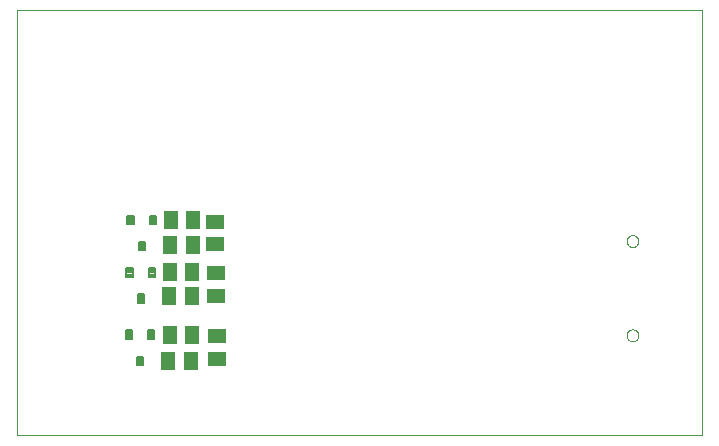
<source format=gbp>
G75*
%MOIN*%
%OFA0B0*%
%FSLAX25Y25*%
%IPPOS*%
%LPD*%
%AMOC8*
5,1,8,0,0,1.08239X$1,22.5*
%
%ADD10C,0.00000*%
%ADD11R,0.05118X0.05906*%
%ADD12C,0.00689*%
%ADD13R,0.05906X0.05118*%
D10*
X0001200Y0026800D02*
X0001200Y0168532D01*
X0229546Y0168532D01*
X0229546Y0026800D01*
X0001200Y0026800D01*
X0204349Y0060147D02*
X0204351Y0060235D01*
X0204357Y0060323D01*
X0204367Y0060411D01*
X0204381Y0060499D01*
X0204398Y0060585D01*
X0204420Y0060671D01*
X0204445Y0060755D01*
X0204475Y0060839D01*
X0204507Y0060921D01*
X0204544Y0061001D01*
X0204584Y0061080D01*
X0204628Y0061157D01*
X0204675Y0061232D01*
X0204725Y0061304D01*
X0204779Y0061375D01*
X0204835Y0061442D01*
X0204895Y0061508D01*
X0204957Y0061570D01*
X0205023Y0061630D01*
X0205090Y0061686D01*
X0205161Y0061740D01*
X0205233Y0061790D01*
X0205308Y0061837D01*
X0205385Y0061881D01*
X0205464Y0061921D01*
X0205544Y0061958D01*
X0205626Y0061990D01*
X0205710Y0062020D01*
X0205794Y0062045D01*
X0205880Y0062067D01*
X0205966Y0062084D01*
X0206054Y0062098D01*
X0206142Y0062108D01*
X0206230Y0062114D01*
X0206318Y0062116D01*
X0206406Y0062114D01*
X0206494Y0062108D01*
X0206582Y0062098D01*
X0206670Y0062084D01*
X0206756Y0062067D01*
X0206842Y0062045D01*
X0206926Y0062020D01*
X0207010Y0061990D01*
X0207092Y0061958D01*
X0207172Y0061921D01*
X0207251Y0061881D01*
X0207328Y0061837D01*
X0207403Y0061790D01*
X0207475Y0061740D01*
X0207546Y0061686D01*
X0207613Y0061630D01*
X0207679Y0061570D01*
X0207741Y0061508D01*
X0207801Y0061442D01*
X0207857Y0061375D01*
X0207911Y0061304D01*
X0207961Y0061232D01*
X0208008Y0061157D01*
X0208052Y0061080D01*
X0208092Y0061001D01*
X0208129Y0060921D01*
X0208161Y0060839D01*
X0208191Y0060755D01*
X0208216Y0060671D01*
X0208238Y0060585D01*
X0208255Y0060499D01*
X0208269Y0060411D01*
X0208279Y0060323D01*
X0208285Y0060235D01*
X0208287Y0060147D01*
X0208285Y0060059D01*
X0208279Y0059971D01*
X0208269Y0059883D01*
X0208255Y0059795D01*
X0208238Y0059709D01*
X0208216Y0059623D01*
X0208191Y0059539D01*
X0208161Y0059455D01*
X0208129Y0059373D01*
X0208092Y0059293D01*
X0208052Y0059214D01*
X0208008Y0059137D01*
X0207961Y0059062D01*
X0207911Y0058990D01*
X0207857Y0058919D01*
X0207801Y0058852D01*
X0207741Y0058786D01*
X0207679Y0058724D01*
X0207613Y0058664D01*
X0207546Y0058608D01*
X0207475Y0058554D01*
X0207403Y0058504D01*
X0207328Y0058457D01*
X0207251Y0058413D01*
X0207172Y0058373D01*
X0207092Y0058336D01*
X0207010Y0058304D01*
X0206926Y0058274D01*
X0206842Y0058249D01*
X0206756Y0058227D01*
X0206670Y0058210D01*
X0206582Y0058196D01*
X0206494Y0058186D01*
X0206406Y0058180D01*
X0206318Y0058178D01*
X0206230Y0058180D01*
X0206142Y0058186D01*
X0206054Y0058196D01*
X0205966Y0058210D01*
X0205880Y0058227D01*
X0205794Y0058249D01*
X0205710Y0058274D01*
X0205626Y0058304D01*
X0205544Y0058336D01*
X0205464Y0058373D01*
X0205385Y0058413D01*
X0205308Y0058457D01*
X0205233Y0058504D01*
X0205161Y0058554D01*
X0205090Y0058608D01*
X0205023Y0058664D01*
X0204957Y0058724D01*
X0204895Y0058786D01*
X0204835Y0058852D01*
X0204779Y0058919D01*
X0204725Y0058990D01*
X0204675Y0059062D01*
X0204628Y0059137D01*
X0204584Y0059214D01*
X0204544Y0059293D01*
X0204507Y0059373D01*
X0204475Y0059455D01*
X0204445Y0059539D01*
X0204420Y0059623D01*
X0204398Y0059709D01*
X0204381Y0059795D01*
X0204367Y0059883D01*
X0204357Y0059971D01*
X0204351Y0060059D01*
X0204349Y0060147D01*
X0204349Y0091564D02*
X0204351Y0091652D01*
X0204357Y0091740D01*
X0204367Y0091828D01*
X0204381Y0091916D01*
X0204398Y0092002D01*
X0204420Y0092088D01*
X0204445Y0092172D01*
X0204475Y0092256D01*
X0204507Y0092338D01*
X0204544Y0092418D01*
X0204584Y0092497D01*
X0204628Y0092574D01*
X0204675Y0092649D01*
X0204725Y0092721D01*
X0204779Y0092792D01*
X0204835Y0092859D01*
X0204895Y0092925D01*
X0204957Y0092987D01*
X0205023Y0093047D01*
X0205090Y0093103D01*
X0205161Y0093157D01*
X0205233Y0093207D01*
X0205308Y0093254D01*
X0205385Y0093298D01*
X0205464Y0093338D01*
X0205544Y0093375D01*
X0205626Y0093407D01*
X0205710Y0093437D01*
X0205794Y0093462D01*
X0205880Y0093484D01*
X0205966Y0093501D01*
X0206054Y0093515D01*
X0206142Y0093525D01*
X0206230Y0093531D01*
X0206318Y0093533D01*
X0206406Y0093531D01*
X0206494Y0093525D01*
X0206582Y0093515D01*
X0206670Y0093501D01*
X0206756Y0093484D01*
X0206842Y0093462D01*
X0206926Y0093437D01*
X0207010Y0093407D01*
X0207092Y0093375D01*
X0207172Y0093338D01*
X0207251Y0093298D01*
X0207328Y0093254D01*
X0207403Y0093207D01*
X0207475Y0093157D01*
X0207546Y0093103D01*
X0207613Y0093047D01*
X0207679Y0092987D01*
X0207741Y0092925D01*
X0207801Y0092859D01*
X0207857Y0092792D01*
X0207911Y0092721D01*
X0207961Y0092649D01*
X0208008Y0092574D01*
X0208052Y0092497D01*
X0208092Y0092418D01*
X0208129Y0092338D01*
X0208161Y0092256D01*
X0208191Y0092172D01*
X0208216Y0092088D01*
X0208238Y0092002D01*
X0208255Y0091916D01*
X0208269Y0091828D01*
X0208279Y0091740D01*
X0208285Y0091652D01*
X0208287Y0091564D01*
X0208285Y0091476D01*
X0208279Y0091388D01*
X0208269Y0091300D01*
X0208255Y0091212D01*
X0208238Y0091126D01*
X0208216Y0091040D01*
X0208191Y0090956D01*
X0208161Y0090872D01*
X0208129Y0090790D01*
X0208092Y0090710D01*
X0208052Y0090631D01*
X0208008Y0090554D01*
X0207961Y0090479D01*
X0207911Y0090407D01*
X0207857Y0090336D01*
X0207801Y0090269D01*
X0207741Y0090203D01*
X0207679Y0090141D01*
X0207613Y0090081D01*
X0207546Y0090025D01*
X0207475Y0089971D01*
X0207403Y0089921D01*
X0207328Y0089874D01*
X0207251Y0089830D01*
X0207172Y0089790D01*
X0207092Y0089753D01*
X0207010Y0089721D01*
X0206926Y0089691D01*
X0206842Y0089666D01*
X0206756Y0089644D01*
X0206670Y0089627D01*
X0206582Y0089613D01*
X0206494Y0089603D01*
X0206406Y0089597D01*
X0206318Y0089595D01*
X0206230Y0089597D01*
X0206142Y0089603D01*
X0206054Y0089613D01*
X0205966Y0089627D01*
X0205880Y0089644D01*
X0205794Y0089666D01*
X0205710Y0089691D01*
X0205626Y0089721D01*
X0205544Y0089753D01*
X0205464Y0089790D01*
X0205385Y0089830D01*
X0205308Y0089874D01*
X0205233Y0089921D01*
X0205161Y0089971D01*
X0205090Y0090025D01*
X0205023Y0090081D01*
X0204957Y0090141D01*
X0204895Y0090203D01*
X0204835Y0090269D01*
X0204779Y0090336D01*
X0204725Y0090407D01*
X0204675Y0090479D01*
X0204628Y0090554D01*
X0204584Y0090631D01*
X0204544Y0090710D01*
X0204507Y0090790D01*
X0204475Y0090872D01*
X0204445Y0090956D01*
X0204420Y0091040D01*
X0204398Y0091126D01*
X0204381Y0091212D01*
X0204367Y0091300D01*
X0204357Y0091388D01*
X0204351Y0091476D01*
X0204349Y0091564D01*
D11*
X0059854Y0098674D03*
X0052373Y0098674D03*
X0052176Y0090229D03*
X0059657Y0090229D03*
X0059472Y0081367D03*
X0051991Y0081367D03*
X0051865Y0073304D03*
X0059346Y0073304D03*
X0059535Y0060233D03*
X0052054Y0060233D03*
X0051550Y0051544D03*
X0059031Y0051544D03*
D12*
X0046988Y0061759D02*
X0044920Y0061759D01*
X0046988Y0061759D02*
X0046988Y0058905D01*
X0044920Y0058905D01*
X0044920Y0061759D01*
X0044920Y0059593D02*
X0046988Y0059593D01*
X0046988Y0060281D02*
X0044920Y0060281D01*
X0044920Y0060969D02*
X0046988Y0060969D01*
X0046988Y0061657D02*
X0044920Y0061657D01*
X0039488Y0061760D02*
X0037420Y0061760D01*
X0039488Y0061760D02*
X0039488Y0058906D01*
X0037420Y0058906D01*
X0037420Y0061760D01*
X0037420Y0059594D02*
X0039488Y0059594D01*
X0039488Y0060282D02*
X0037420Y0060282D01*
X0037420Y0060970D02*
X0039488Y0060970D01*
X0039488Y0061658D02*
X0037420Y0061658D01*
X0041170Y0053009D02*
X0043238Y0053009D01*
X0043238Y0050155D01*
X0041170Y0050155D01*
X0041170Y0053009D01*
X0041170Y0050843D02*
X0043238Y0050843D01*
X0043238Y0051531D02*
X0041170Y0051531D01*
X0041170Y0052219D02*
X0043238Y0052219D01*
X0043238Y0052907D02*
X0041170Y0052907D01*
X0041351Y0073820D02*
X0043419Y0073820D01*
X0043419Y0070966D01*
X0041351Y0070966D01*
X0041351Y0073820D01*
X0041351Y0071654D02*
X0043419Y0071654D01*
X0043419Y0072342D02*
X0041351Y0072342D01*
X0041351Y0073030D02*
X0043419Y0073030D01*
X0043419Y0073718D02*
X0041351Y0073718D01*
X0039669Y0082571D02*
X0037601Y0082571D01*
X0039669Y0082571D02*
X0039669Y0079717D01*
X0037601Y0079717D01*
X0037601Y0082571D01*
X0037601Y0080405D02*
X0039669Y0080405D01*
X0039669Y0081093D02*
X0037601Y0081093D01*
X0037601Y0081781D02*
X0039669Y0081781D01*
X0039669Y0082469D02*
X0037601Y0082469D01*
X0045101Y0082570D02*
X0047169Y0082570D01*
X0047169Y0079716D01*
X0045101Y0079716D01*
X0045101Y0082570D01*
X0045101Y0080404D02*
X0047169Y0080404D01*
X0047169Y0081092D02*
X0045101Y0081092D01*
X0045101Y0081780D02*
X0047169Y0081780D01*
X0047169Y0082468D02*
X0045101Y0082468D01*
X0043742Y0091320D02*
X0041674Y0091320D01*
X0043742Y0091320D02*
X0043742Y0088466D01*
X0041674Y0088466D01*
X0041674Y0091320D01*
X0041674Y0089154D02*
X0043742Y0089154D01*
X0043742Y0089842D02*
X0041674Y0089842D01*
X0041674Y0090530D02*
X0043742Y0090530D01*
X0043742Y0091218D02*
X0041674Y0091218D01*
X0039992Y0100071D02*
X0037924Y0100071D01*
X0039992Y0100071D02*
X0039992Y0097217D01*
X0037924Y0097217D01*
X0037924Y0100071D01*
X0037924Y0097905D02*
X0039992Y0097905D01*
X0039992Y0098593D02*
X0037924Y0098593D01*
X0037924Y0099281D02*
X0039992Y0099281D01*
X0039992Y0099969D02*
X0037924Y0099969D01*
X0045424Y0100070D02*
X0047492Y0100070D01*
X0047492Y0097216D01*
X0045424Y0097216D01*
X0045424Y0100070D01*
X0045424Y0097904D02*
X0047492Y0097904D01*
X0047492Y0098592D02*
X0045424Y0098592D01*
X0045424Y0099280D02*
X0047492Y0099280D01*
X0047492Y0099968D02*
X0045424Y0099968D01*
D13*
X0067271Y0098025D03*
X0067271Y0090544D03*
X0067649Y0080875D03*
X0067649Y0073395D03*
X0067885Y0059761D03*
X0067885Y0052280D03*
M02*

</source>
